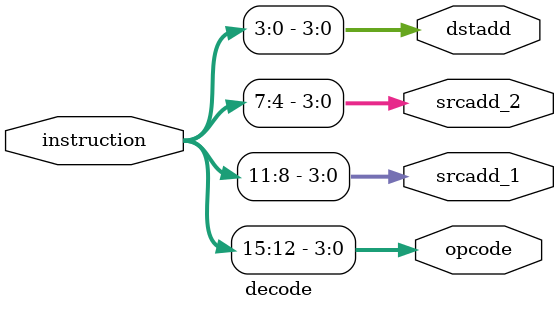
<source format=v>
module decode(
    input [15:0] instruction,  // ÀÔ·Â ¸í·É¾î
    output [3:0] opcode,       // Ãâ·Â opcode
    output [3:0] srcadd_1,     // Ãâ·Â Ã¹ ¹øÂ° ¼Ò½º ÁÖ¼Ò
    output [3:0] srcadd_2,     // Ãâ·Â µÎ ¹øÂ° ¼Ò½º ÁÖ¼Ò
    output [3:0] dstadd        // Ãâ·Â ´ë»ó ÁÖ¼Ò
);

    // °¢ ÇÊµå¸¦ ¸í·É¾î¿¡¼­ ÃßÃâ
    assign opcode = instruction[15:12];
    assign srcadd_1 = instruction[11:8];
    assign srcadd_2 = instruction[7:4];
    assign dstadd = instruction[3:0];

endmodule

</source>
